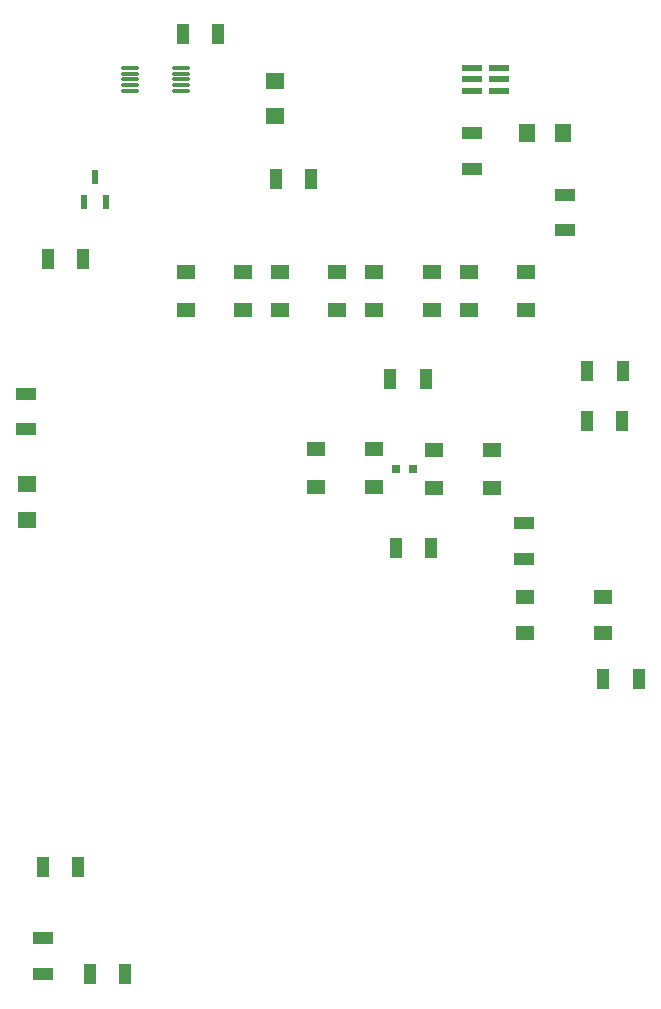
<source format=gtp>
G04*
G04 #@! TF.GenerationSoftware,Altium Limited,Altium Designer,22.3.1 (43)*
G04*
G04 Layer_Color=8421504*
%FSLAX25Y25*%
%MOIN*%
G70*
G04*
G04 #@! TF.SameCoordinates,7998B177-6A3A-43FF-968B-635B49023C71*
G04*
G04*
G04 #@! TF.FilePolarity,Positive*
G04*
G01*
G75*
%ADD15R,0.06200X0.04750*%
G04:AMPARAMS|DCode=16|XSize=48.82mil|YSize=23.23mil|CornerRadius=5.81mil|HoleSize=0mil|Usage=FLASHONLY|Rotation=90.000|XOffset=0mil|YOffset=0mil|HoleType=Round|Shape=RoundedRectangle|*
%AMROUNDEDRECTD16*
21,1,0.04882,0.01161,0,0,90.0*
21,1,0.03720,0.02323,0,0,90.0*
1,1,0.01161,0.00581,0.01860*
1,1,0.01161,0.00581,-0.01860*
1,1,0.01161,-0.00581,-0.01860*
1,1,0.01161,-0.00581,0.01860*
%
%ADD16ROUNDEDRECTD16*%
%ADD17R,0.04400X0.07100*%
%ADD18R,0.03150X0.03150*%
%ADD19R,0.05906X0.04724*%
%ADD20R,0.07100X0.04400*%
%ADD21R,0.06300X0.05500*%
%ADD22R,0.05500X0.06300*%
G04:AMPARAMS|DCode=23|XSize=57.87mil|YSize=11.02mil|CornerRadius=1.38mil|HoleSize=0mil|Usage=FLASHONLY|Rotation=0.000|XOffset=0mil|YOffset=0mil|HoleType=Round|Shape=RoundedRectangle|*
%AMROUNDEDRECTD23*
21,1,0.05787,0.00827,0,0,0.0*
21,1,0.05512,0.01102,0,0,0.0*
1,1,0.00276,0.02756,-0.00413*
1,1,0.00276,-0.02756,-0.00413*
1,1,0.00276,-0.02756,0.00413*
1,1,0.00276,0.02756,0.00413*
%
%ADD23ROUNDEDRECTD23*%
G04:AMPARAMS|DCode=24|XSize=63.39mil|YSize=23.23mil|CornerRadius=2.9mil|HoleSize=0mil|Usage=FLASHONLY|Rotation=0.000|XOffset=0mil|YOffset=0mil|HoleType=Round|Shape=RoundedRectangle|*
%AMROUNDEDRECTD24*
21,1,0.06339,0.01742,0,0,0.0*
21,1,0.05758,0.02323,0,0,0.0*
1,1,0.00581,0.02879,-0.00871*
1,1,0.00581,-0.02879,-0.00871*
1,1,0.00581,-0.02879,0.00871*
1,1,0.00581,0.02879,0.00871*
%
%ADD24ROUNDEDRECTD24*%
D15*
X172000Y196450D02*
D03*
X152800D02*
D03*
X172000Y183750D02*
D03*
X152800D02*
D03*
X132700Y196700D02*
D03*
X113500D02*
D03*
X132700Y184000D02*
D03*
X113500D02*
D03*
X183600Y255850D02*
D03*
X164400D02*
D03*
X183600Y243150D02*
D03*
X164400D02*
D03*
X152100Y255850D02*
D03*
X132900D02*
D03*
X152100Y243150D02*
D03*
X132900D02*
D03*
X120600Y255850D02*
D03*
X101400D02*
D03*
X120600Y243150D02*
D03*
X101400D02*
D03*
X89200Y255750D02*
D03*
X70000D02*
D03*
X89200Y243050D02*
D03*
X70000D02*
D03*
D16*
X39700Y287355D02*
D03*
X43440Y279047D02*
D03*
X35960D02*
D03*
D17*
X150000Y220000D02*
D03*
X138200D02*
D03*
X24000Y260300D02*
D03*
X35800D02*
D03*
X140100Y163700D02*
D03*
X151900D02*
D03*
X80900Y335000D02*
D03*
X69100D02*
D03*
X215600Y206300D02*
D03*
X203800D02*
D03*
X221000Y120200D02*
D03*
X209200D02*
D03*
X38100Y21700D02*
D03*
X49900D02*
D03*
X100000Y286900D02*
D03*
X111800D02*
D03*
X34100Y57600D02*
D03*
X22300D02*
D03*
X203900Y222900D02*
D03*
X215700D02*
D03*
D18*
X145905Y190000D02*
D03*
X140000D02*
D03*
D19*
X183008Y135494D02*
D03*
X208992Y147306D02*
D03*
Y135494D02*
D03*
X183008Y147306D02*
D03*
D20*
X16900Y215200D02*
D03*
Y203400D02*
D03*
X196300Y281500D02*
D03*
Y269700D02*
D03*
X165600Y302000D02*
D03*
Y290200D02*
D03*
X182900Y172000D02*
D03*
Y160200D02*
D03*
X22400Y21900D02*
D03*
Y33700D02*
D03*
D21*
X17100Y173300D02*
D03*
Y185100D02*
D03*
X99700Y319500D02*
D03*
Y307700D02*
D03*
D22*
X183900Y302000D02*
D03*
X195700D02*
D03*
D23*
X51535Y323937D02*
D03*
Y321969D02*
D03*
Y320000D02*
D03*
Y318032D02*
D03*
Y316063D02*
D03*
X68465D02*
D03*
Y318032D02*
D03*
Y320000D02*
D03*
Y321969D02*
D03*
Y323937D02*
D03*
D24*
X165492Y323740D02*
D03*
Y320000D02*
D03*
Y316260D02*
D03*
X174508D02*
D03*
Y320000D02*
D03*
Y323740D02*
D03*
M02*

</source>
